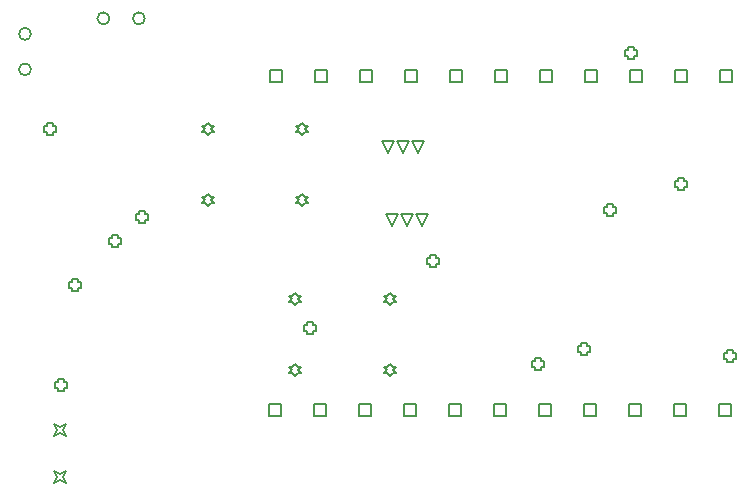
<source format=gbr>
G04*
G04 #@! TF.GenerationSoftware,Altium Limited,Altium Designer,24.1.2 (44)*
G04*
G04 Layer_Color=2752767*
%FSLAX44Y44*%
%MOMM*%
G71*
G04*
G04 #@! TF.SameCoordinates,5DE7BCAC-930E-4ACC-850D-064FDCF0EFED*
G04*
G04*
G04 #@! TF.FilePolarity,Positive*
G04*
G01*
G75*
%ADD12C,0.1270*%
%ADD73C,0.1693*%
D12*
X54520Y22230D02*
X57060Y27310D01*
X54520Y32390D01*
X59600Y29850D01*
X64680Y32390D01*
X62140Y27310D01*
X64680Y22230D01*
X59600Y24770D01*
X54520Y22230D01*
Y62230D02*
X57060Y67310D01*
X54520Y72390D01*
X59600Y69850D01*
X64680Y72390D01*
X62140Y67310D01*
X64680Y62230D01*
X59600Y64770D01*
X54520Y62230D01*
X236926Y362088D02*
Y372248D01*
X247086D01*
Y362088D01*
X236926D01*
X275026D02*
Y372248D01*
X285186D01*
Y362088D01*
X275026D01*
X351226D02*
Y372248D01*
X361386D01*
Y362088D01*
X351226D01*
X427426D02*
Y372248D01*
X437586D01*
Y362088D01*
X427426D01*
X503626D02*
Y372248D01*
X513786D01*
Y362088D01*
X503626D01*
X541726D02*
Y372248D01*
X551886D01*
Y362088D01*
X541726D01*
X579826D02*
Y372248D01*
X589986D01*
Y362088D01*
X579826D01*
X617926D02*
Y372248D01*
X628086D01*
Y362088D01*
X617926D01*
X465526D02*
Y372248D01*
X475686D01*
Y362088D01*
X465526D01*
X389326D02*
Y372248D01*
X399486D01*
Y362088D01*
X389326D01*
X313126D02*
Y372248D01*
X323286D01*
Y362088D01*
X313126D01*
X617257Y79567D02*
Y89727D01*
X627417D01*
Y79567D01*
X617257D01*
X579157D02*
Y89727D01*
X589317D01*
Y79567D01*
X579157D01*
X502957D02*
Y89727D01*
X513117D01*
Y79567D01*
X502957D01*
X426757D02*
Y89727D01*
X436917D01*
Y79567D01*
X426757D01*
X350557D02*
Y89727D01*
X360717D01*
Y79567D01*
X350557D01*
X312457D02*
Y89727D01*
X322617D01*
Y79567D01*
X312457D01*
X274357D02*
Y89727D01*
X284517D01*
Y79567D01*
X274357D01*
X236257D02*
Y89727D01*
X246417D01*
Y79567D01*
X236257D01*
X388657D02*
Y89727D01*
X398817D01*
Y79567D01*
X388657D01*
X464857D02*
Y89727D01*
X475017D01*
Y79567D01*
X464857D01*
X541057D02*
Y89727D01*
X551217D01*
Y79567D01*
X541057D01*
X258450Y173510D02*
X260990Y176050D01*
X263530D01*
X260990Y178590D01*
X263530Y181130D01*
X260990D01*
X258450Y183670D01*
X255910Y181130D01*
X253370D01*
X255910Y178590D01*
X253370Y176050D01*
X255910D01*
X258450Y173510D01*
X338450D02*
X340990Y176050D01*
X343530D01*
X340990Y178590D01*
X343530Y181130D01*
X340990D01*
X338450Y183670D01*
X335910Y181130D01*
X333370D01*
X335910Y178590D01*
X333370Y176050D01*
X335910D01*
X338450Y173510D01*
X258450Y113510D02*
X260990Y116050D01*
X263530D01*
X260990Y118590D01*
X263530Y121130D01*
X260990D01*
X258450Y123670D01*
X255910Y121130D01*
X253370D01*
X255910Y118590D01*
X253370Y116050D01*
X255910D01*
X258450Y113510D01*
X338450D02*
X340990Y116050D01*
X343530D01*
X340990Y118590D01*
X343530Y121130D01*
X340990D01*
X338450Y123670D01*
X335910Y121130D01*
X333370D01*
X335910Y118590D01*
X333370Y116050D01*
X335910D01*
X338450Y113510D01*
X264204Y257262D02*
X266744Y259802D01*
X269284D01*
X266744Y262342D01*
X269284Y264882D01*
X266744D01*
X264204Y267422D01*
X261664Y264882D01*
X259124D01*
X261664Y262342D01*
X259124Y259802D01*
X261664D01*
X264204Y257262D01*
X184204D02*
X186744Y259802D01*
X189284D01*
X186744Y262342D01*
X189284Y264882D01*
X186744D01*
X184204Y267422D01*
X181664Y264882D01*
X179124D01*
X181664Y262342D01*
X179124Y259802D01*
X181664D01*
X184204Y257262D01*
X264204Y317262D02*
X266744Y319802D01*
X269284D01*
X266744Y322342D01*
X269284Y324882D01*
X266744D01*
X264204Y327422D01*
X261664Y324882D01*
X259124D01*
X261664Y322342D01*
X259124Y319802D01*
X261664D01*
X264204Y317262D01*
X184204D02*
X186744Y319802D01*
X189284D01*
X186744Y322342D01*
X189284Y324882D01*
X186744D01*
X184204Y327422D01*
X181664Y324882D01*
X179124D01*
X181664Y322342D01*
X179124Y319802D01*
X181664D01*
X184204Y317262D01*
X336550Y302260D02*
X331470Y312420D01*
X341630D01*
X336550Y302260D01*
X349250D02*
X344170Y312420D01*
X354330D01*
X349250Y302260D01*
X361950D02*
X356870Y312420D01*
X367030D01*
X361950Y302260D01*
X340360Y240030D02*
X335280Y250190D01*
X345440D01*
X340360Y240030D01*
X353060D02*
X347980Y250190D01*
X358140D01*
X353060Y240030D01*
X365760D02*
X360680Y250190D01*
X370840D01*
X365760Y240030D01*
X521980Y251274D02*
Y248734D01*
X527060D01*
Y251274D01*
X529600D01*
Y256354D01*
X527060D01*
Y258894D01*
X521980D01*
Y256354D01*
X519440D01*
Y251274D01*
X521980D01*
X540004Y383794D02*
Y381254D01*
X545084D01*
Y383794D01*
X547624D01*
Y388874D01*
X545084D01*
Y391414D01*
X540004D01*
Y388874D01*
X537464D01*
Y383794D01*
X540004D01*
X582168Y273558D02*
Y271018D01*
X587248D01*
Y273558D01*
X589788D01*
Y278638D01*
X587248D01*
Y281178D01*
X582168D01*
Y278638D01*
X579628D01*
Y273558D01*
X582168D01*
X126410Y244856D02*
Y242316D01*
X131490D01*
Y244856D01*
X134030D01*
Y249936D01*
X131490D01*
Y252476D01*
X126410D01*
Y249936D01*
X123870D01*
Y244856D01*
X126410D01*
X461264Y120650D02*
Y118110D01*
X466344D01*
Y120650D01*
X468884D01*
Y125730D01*
X466344D01*
Y128270D01*
X461264D01*
Y125730D01*
X458724D01*
Y120650D01*
X461264D01*
X500126Y133604D02*
Y131064D01*
X505206D01*
Y133604D01*
X507746D01*
Y138684D01*
X505206D01*
Y141224D01*
X500126D01*
Y138684D01*
X497586D01*
Y133604D01*
X500126D01*
X103378Y224790D02*
Y222250D01*
X108458D01*
Y224790D01*
X110998D01*
Y229870D01*
X108458D01*
Y232410D01*
X103378D01*
Y229870D01*
X100838D01*
Y224790D01*
X103378D01*
X48006Y319786D02*
Y317246D01*
X53086D01*
Y319786D01*
X55626D01*
Y324866D01*
X53086D01*
Y327406D01*
X48006D01*
Y324866D01*
X45466D01*
Y319786D01*
X48006D01*
X267970Y151638D02*
Y149098D01*
X273050D01*
Y151638D01*
X275590D01*
Y156718D01*
X273050D01*
Y159258D01*
X267970D01*
Y156718D01*
X265430D01*
Y151638D01*
X267970D01*
X57404Y103378D02*
Y100838D01*
X62484D01*
Y103378D01*
X65024D01*
Y108458D01*
X62484D01*
Y110998D01*
X57404D01*
Y108458D01*
X54864D01*
Y103378D01*
X57404D01*
X69342Y187960D02*
Y185420D01*
X74422D01*
Y187960D01*
X76962D01*
Y193040D01*
X74422D01*
Y195580D01*
X69342D01*
Y193040D01*
X66802D01*
Y187960D01*
X69342D01*
X624078Y127254D02*
Y124714D01*
X629158D01*
Y127254D01*
X631698D01*
Y132334D01*
X629158D01*
Y134874D01*
X624078D01*
Y132334D01*
X621538D01*
Y127254D01*
X624078D01*
X372364Y208280D02*
Y205740D01*
X377444D01*
Y208280D01*
X379984D01*
Y213360D01*
X377444D01*
Y215900D01*
X372364D01*
Y213360D01*
X369824D01*
Y208280D01*
X372364D01*
D73*
X131065Y415966D02*
G03*
X131065Y415966I-5080J0D01*
G01*
X101065D02*
G03*
X101065Y415966I-5080J0D01*
G01*
X34680Y402827D02*
G03*
X34680Y402827I-5080J0D01*
G01*
Y372826D02*
G03*
X34680Y372826I-5080J0D01*
G01*
M02*

</source>
